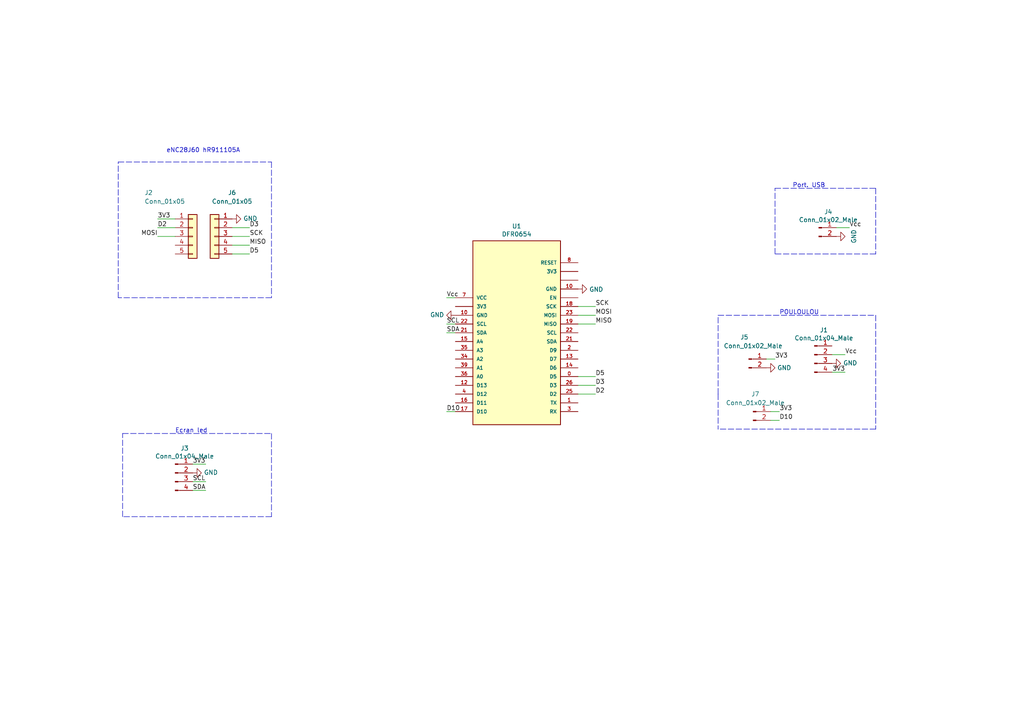
<source format=kicad_sch>
(kicad_sch (version 20211123) (generator eeschema)
  (paper "A4")
  (title_block (title "CASPA-PICO") (rev "1.0") (company "Amel&compagny") (comment 1 "Amel YALAOUI"))
  (lib_symbols
    (symbol "Connector:Conn_01x02_Male" (pin_names (offset 1.016) hide)
      (property "Reference" "J" (at 0 2.54 0))
      (property "Value" "Conn_01x02_Male" (at 0 -5.08 0))
      (symbol "Conn_01x02_Male_1_1"
        (polyline (pts (xy 1.27 -2.54) (xy 0.8636 -2.54)) (stroke (width 0.1524)))
        (polyline (pts (xy 1.27 0) (xy 0.8636 0)) (stroke (width 0.1524)))
        (rectangle (start 0.8636 -2.413) (end 0 -2.667) (stroke (width 0.1524)) (fill (type outline)))
        (rectangle (start 0.8636 0.127) (end 0 -0.127) (stroke (width 0.1524)) (fill (type outline)))
        (pin passive line (at 5.08 0 180) (length 3.81) (name "Pin_1") (number "1"))
        (pin passive line (at 5.08 -2.54 180) (length 3.81) (name "Pin_2") (number "2"))
      )
    )
    (symbol "Connector:Conn_01x04_Male" (pin_names (offset 1.016) hide)
      (property "Reference" "J" (at 0 5.08 0))
      (property "Value" "Conn_01x04_Male" (at 0 -7.62 0))
      (symbol "Conn_01x04_Male_1_1"
        (polyline (pts (xy 1.27 -5.08) (xy 0.8636 -5.08)) (stroke (width 0.1524)))
        (polyline (pts (xy 1.27 -2.54) (xy 0.8636 -2.54)) (stroke (width 0.1524)))
        (polyline (pts (xy 1.27 0) (xy 0.8636 0)) (stroke (width 0.1524)))
        (polyline (pts (xy 1.27 2.54) (xy 0.8636 2.54)) (stroke (width 0.1524)))
        (rectangle (start 0.8636 -4.953) (end 0 -5.207) (stroke (width 0.1524)) (fill (type outline)))
        (rectangle (start 0.8636 -2.413) (end 0 -2.667) (stroke (width 0.1524)) (fill (type outline)))
        (rectangle (start 0.8636 0.127) (end 0 -0.127) (stroke (width 0.1524)) (fill (type outline)))
        (rectangle (start 0.8636 2.667) (end 0 2.413) (stroke (width 0.1524)) (fill (type outline)))
        (pin passive line (at 5.08 2.54 180) (length 3.81) (name "Pin_1") (number "1"))
        (pin passive line (at 5.08 0 180) (length 3.81) (name "Pin_2") (number "2"))
        (pin passive line (at 5.08 -2.54 180) (length 3.81) (name "Pin_3") (number "3"))
        (pin passive line (at 5.08 -5.08 180) (length 3.81) (name "Pin_4") (number "4"))
      )
    )
    (symbol "Connector_Generic:Conn_01x05" (pin_names (offset 1.016) hide)
      (property "Reference" "J" (at 0 7.62 0))
      (property "Value" "Conn_01x05" (at 0 -7.62 0))
      (symbol "Conn_01x05_1_1"
        (rectangle (start -1.27 -4.953) (end 0 -5.207) (stroke (width 0.1524)))
        (rectangle (start -1.27 -2.413) (end 0 -2.667) (stroke (width 0.1524)))
        (rectangle (start -1.27 0.127) (end 0 -0.127) (stroke (width 0.1524)))
        (rectangle (start -1.27 2.667) (end 0 2.413) (stroke (width 0.1524)))
        (rectangle (start -1.27 5.207) (end 0 4.953) (stroke (width 0.1524)))
        (rectangle (start -1.27 6.35) (end 1.27 -6.35) (stroke (width 0.254)) (fill (type background)))
        (pin passive line (at -5.08 5.08 0) (length 3.81) (name "Pin_1") (number "1"))
        (pin passive line (at -5.08 2.54 0) (length 3.81) (name "Pin_2") (number "2"))
        (pin passive line (at -5.08 0 0) (length 3.81) (name "Pin_3") (number "3"))
        (pin passive line (at -5.08 -2.54 0) (length 3.81) (name "Pin_4") (number "4"))
        (pin passive line (at -5.08 -5.08 0) (length 3.81) (name "Pin_5") (number "5"))
      )
    )
    (symbol "caspapico-rescue:DFR0654-DFR0654" (pin_names (offset 1.016))
      (property "Reference" "U1" (at -29.21 -14.8082 0))
      (property "Value" "DFR0654" (at -29.21 -17.1196 0))
      (symbol "DFR0654-DFR0654_0_0"
        (rectangle (start -41.91 -72.39) (end -16.51 -19.05) (stroke (width 0.254)) (fill (type background)))
        (pin input line (at -46.99 -38.1 0) (length 5.08) (name "3V3") (number ""))
        (pin bidirectional line (at -11.43 -58.42 180) (length 5.08) (name "D5") (number "0"))
        (pin output line (at -11.43 -33.02 180) (length 5.08) (name "GND") (number "10"))
        (pin bidirectional line (at -11.43 -53.34 180) (length 5.08) (name "D7") (number "13"))
        (pin bidirectional line (at -11.43 -55.88 180) (length 5.08) (name "D6") (number "14"))
        (pin input line (at -46.99 -48.26 0) (length 5.08) (name "A4") (number "15"))
        (pin bidirectional line (at -11.43 -38.1 180) (length 5.08) (name "SCK") (number "18"))
        (pin bidirectional line (at -11.43 -43.18 180) (length 5.08) (name "MISO") (number "19"))
        (pin bidirectional line (at -11.43 -50.8 180) (length 5.08) (name "D9") (number "2"))
        (pin input line (at -46.99 -45.72 0) (length 5.08) (name "SDA") (number "21"))
        (pin bidirectional line (at -11.43 -48.26 180) (length 5.08) (name "SDA") (number "21"))
        (pin input line (at -46.99 -43.18 0) (length 5.08) (name "SCL") (number "22"))
        (pin bidirectional line (at -11.43 -45.72 180) (length 5.08) (name "SCL") (number "22"))
        (pin bidirectional line (at -11.43 -40.64 180) (length 5.08) (name "MOSI") (number "23"))
        (pin bidirectional line (at -11.43 -60.96 180) (length 5.08) (name "D3") (number "26"))
        (pin input line (at -46.99 -53.34 0) (length 5.08) (name "A2") (number "34"))
        (pin input line (at -46.99 -50.8 0) (length 5.08) (name "A3") (number "35"))
        (pin input line (at -46.99 -35.56 0) (length 5.08) (name "VCC") (number "7"))
        (pin input line (at -11.43 -35.56 180) (length 5.08) (name "EN") (number "~"))
      )
      (symbol "DFR0654-DFR0654_1_1"
        (pin bidirectional line (at -11.43 -27.94 180) (length 5.08) (name "3V3") (number ""))
        (pin bidirectional line (at -11.43 -66.04 180) (length 5.08) (name "TX") (number "1"))
        (pin input line (at -46.99 -40.64 0) (length 5.08) (name "GND") (number "10"))
        (pin input line (at -46.99 -60.96 0) (length 5.08) (name "D13") (number "12"))
        (pin input line (at -46.99 -66.04 0) (length 5.08) (name "D11") (number "16"))
        (pin input line (at -46.99 -68.58 0) (length 5.08) (name "D10") (number "17"))
        (pin bidirectional line (at -11.43 -63.5 180) (length 5.08) (name "D2") (number "25"))
        (pin bidirectional line (at -11.43 -68.58 180) (length 5.08) (name "RX") (number "3"))
        (pin input line (at -46.99 -58.42 0) (length 5.08) (name "A0") (number "36"))
        (pin input line (at -46.99 -55.88 0) (length 5.08) (name "A1") (number "39"))
        (pin input line (at -46.99 -63.5 0) (length 5.08) (name "D12") (number "4"))
        (pin bidirectional line (at -11.43 -25.4 180) (length 5.08) (name "RESET") (number "8"))
        (pin bidirectional line (at -11.43 -30.48 180) (length 5.08) (name "~") (number "~"))
      )
    )
    (symbol "power:GND" (power) (pin_names (offset 0))
      (property "Value" "GND" (at 0 -3.81 0))
      (symbol "GND_0_1"
        (polyline (pts (xy 0 0) (xy 0 -1.27) (xy 1.27 -1.27) (xy 0 -2.54) (xy -1.27 -1.27) (xy 0 -1.27)))
      )
      (symbol "GND_1_1"
        (pin power_in line (at 0 0 270) (length 0) hide (name "GND") (number "1"))
      )
    )
  )
  (wire (pts (xy 59.69 142.24) (xy 55.88 142.24)))
  (polyline (pts (xy 78.74 46.99) (xy 78.74 86.36)))
  (wire (pts (xy 223.52 119.38) (xy 226.06 119.38)))
  (polyline (pts (xy 34.29 46.99) (xy 78.74 46.99)))
  (polyline (pts (xy 34.29 86.36) (xy 34.29 46.99)))
  (polyline (pts (xy 254 124.46) (xy 208.28 124.46)))
  (polyline (pts (xy 78.74 86.36) (xy 34.29 86.36)))
  (wire (pts (xy 223.52 121.92) (xy 226.06 121.92)))
  (wire (pts (xy 222.25 104.14) (xy 224.79 104.14)))
  (wire (pts (xy 67.31 71.12) (xy 72.39 71.12)))
  (wire (pts (xy 245.11 107.95) (xy 241.3 107.95)))
  (wire (pts (xy 167.64 91.44) (xy 172.72 91.44)))
  (wire (pts (xy 45.72 63.5) (xy 50.8 63.5)))
  (polyline (pts (xy 208.28 91.44) (xy 254 91.44)))
  (wire (pts (xy 167.64 109.22) (xy 172.72 109.22)))
  (polyline (pts (xy 35.56 125.73) (xy 78.74 125.73)))
  (wire (pts (xy 132.08 93.98) (xy 129.54 93.98)))
  (wire (pts (xy 67.31 66.04) (xy 72.39 66.04)))
  (polyline (pts (xy 78.74 149.86) (xy 35.56 149.86)))
  (polyline (pts (xy 254 54.61) (xy 254 73.66)))
  (wire (pts (xy 167.64 88.9) (xy 172.72 88.9)))
  (wire (pts (xy 59.69 139.7) (xy 55.88 139.7)))
  (polyline (pts (xy 224.79 73.66) (xy 224.79 54.61)))
  (polyline (pts (xy 254 73.66) (xy 224.79 73.66)))
  (wire (pts (xy 132.08 86.36) (xy 129.54 86.36)))
  (wire (pts (xy 167.64 93.98) (xy 172.72 93.98)))
  (polyline (pts (xy 254 114.3) (xy 254 124.46)))
  (polyline (pts (xy 208.28 114.3) (xy 208.28 91.44)))
  (polyline (pts (xy 78.74 125.73) (xy 78.74 149.86)))
  (wire (pts (xy 59.69 134.62) (xy 55.88 134.62)))
  (wire (pts (xy 50.8 68.58) (xy 45.72 68.58)))
  (polyline (pts (xy 35.56 149.86) (xy 35.56 125.73)))
  (wire (pts (xy 67.31 73.66) (xy 72.39 73.66)))
  (wire (pts (xy 129.54 119.38) (xy 132.08 119.38)))
  (wire (pts (xy 242.57 66.04) (xy 246.38 66.04)))
  (polyline (pts (xy 208.28 114.3) (xy 208.28 124.46)))
  (wire (pts (xy 45.72 66.04) (xy 50.8 66.04)))
  (polyline (pts (xy 254 91.44) (xy 254 114.3)))
  (wire (pts (xy 241.3 102.87) (xy 245.11 102.87)))
  (wire (pts (xy 167.64 111.76) (xy 172.72 111.76)))
  (polyline (pts (xy 224.79 54.61) (xy 254 54.61)))
  (wire (pts (xy 132.08 96.52) (xy 129.54 96.52)))
  (wire (pts (xy 67.31 68.58) (xy 72.39 68.58)))
  (wire (pts (xy 167.64 114.3) (xy 172.72 114.3)))
  (text "Ecran led\n" (at 50.8 125.73 0) (effects (font (size 1.27 1.27)) (justify left bottom)))
  (text "Port. USB\n" (at 229.87 54.61 0) (effects (font (size 1.27 1.27)) (justify left bottom)))
  (text "POULOULOU\n" (at 226.06 91.44 0) (effects (font (size 1.27 1.27)) (justify left bottom)))
  (text "eNC28J60 hR911105A" (at 48.26 44.45 0) (effects (font (size 1.27 1.27)) (justify left bottom)))
  (label "SDA" (at 55.88 142.24 0))
  (label "Vcc" (at 129.54 86.36 0))
  (label "3V3" (at 226.06 119.38 0))
  (label "3V3" (at 224.79 104.14 0))
  (label "Vcc" (at 246.38 66.04 0))
  (label "D2" (at 172.72 114.3 0))
  (label "D5" (at 72.39 73.66 0))
  (label "SDA" (at 129.54 96.52 0))
  (label "SCK" (at 172.72 88.9 0))
  (label "D10" (at 129.54 119.38 0))
  (label "3V3" (at 245.11 107.95 180))
  (label "Vcc" (at 245.11 102.87 0))
  (label "MOSI" (at 172.72 91.44 0))
  (label "D10" (at 226.06 121.92 0))
  (label "D5" (at 172.72 109.22 0))
  (label "D2" (at 45.72 66.04 0))
  (label "MOSI" (at 45.72 68.58 180))
  (label "MISO" (at 72.39 71.12 0))
  (label "SCL" (at 129.54 93.98 0))
  (label "SCK" (at 72.39 68.58 0))
  (label "3V3" (at 45.72 63.5 0))
  (label "3V3" (at 55.88 134.62 0))
  (label "SCL" (at 55.88 139.7 0))
  (label "MISO" (at 172.72 93.98 0))
  (label "D3" (at 72.39 66.04 0))
  (label "D3" (at 172.72 111.76 0))
  (symbol (lib_id "Connector:Conn_01x04_Male") (at 236.22 102.87 0) (unit 1)
    (property "Reference" "J1" (at 238.9632 95.7326 0))
    (property "Value" "Conn_01x04_Male" (at 238.9632 98.044 0))
    (property "Footprint" "Connector_PinHeader_2.54mm:PinHeader_1x04_P2.54mm_Vertical" (effects hide))
  )
  (symbol (lib_id "power:GND") (at 241.3 105.41 90) (unit 1)
    (property "Reference" "#PWR0101" (effects hide))
    (property "Value" "GND" (at 244.5512 105.283 90) (effects (justify right)))
  )
  (symbol (lib_id "power:GND") (at 67.31 63.5 90) (unit 1)
    (property "Reference" "#PWR0102" (effects hide))
    (property "Value" "GND" (at 70.5612 63.373 90) (effects (justify right)))
  )
  (symbol (lib_id "Connector:Conn_01x04_Male") (at 50.8 137.16 0) (unit 1)
    (property "Reference" "J3" (at 53.5432 130.0226 0))
    (property "Value" "Conn_01x04_Male" (at 53.5432 132.334 0))
    (property "Footprint" "Connector_PinHeader_2.54mm:PinHeader_1x04_P2.54mm_Vertical" (effects hide))
  )
  (symbol (lib_id "power:GND") (at 55.88 137.16 90) (unit 1)
    (property "Reference" "#PWR0103" (effects hide))
    (property "Value" "GND" (at 59.1312 137.033 90) (effects (justify right)))
  )
  (symbol (lib_id "power:GND") (at 132.08 91.44 270) (mirror x) (unit 1)
    (property "Reference" "#PWR0104" (effects hide))
    (property "Value" "GND" (at 128.8288 91.313 90) (effects (justify right)))
  )
  (symbol (lib_id "power:GND") (at 167.64 83.82 90) (mirror x) (unit 1)
    (property "Reference" "#PWR0105" (effects hide))
    (property "Value" "GND" (at 170.8912 83.947 90) (effects (justify right)))
  )
  (symbol (lib_id "caspapico-rescue:DFR0654-DFR0654") (at 179.07 50.8 0) (unit 1)
    (property "Reference" "U1" (at 149.86 65.6082 0))
    (property "Value" "DFR0654" (at 149.86 67.9196 0))
    (property "Footprint" "DFR0654-2:MODULE_DFR0654" (effects hide))
    (property "MANUFACTURER" "DFRobot" (effects hide))
    (property "STANDARD" "Manufacturer Recommendations" (effects hide))
  )
  (symbol (lib_id "Connector:Conn_01x02_Male") (at 237.49 66.04 0) (unit 1)
    (property "Reference" "J4" (at 240.2332 61.4426 0))
    (property "Value" "Conn_01x02_Male" (at 240.2332 63.754 0))
    (property "Footprint" "Connector_PinHeader_2.54mm:PinHeader_1x02_P2.54mm_Vertical" (effects hide))
  )
  (symbol (lib_id "Connector:Conn_01x02_Male") (at 217.17 104.14 0) (unit 1)
    (property "Reference" "J5" (at 215.9 97.79 0))
    (property "Value" "Conn_01x02_Male" (at 218.44 100.33 0))
    (property "Footprint" "Connector_PinHeader_2.54mm:PinHeader_1x02_P2.54mm_Vertical" (effects hide))
  )
  (symbol (lib_id "Connector_Generic:Conn_01x05") (at 55.88 68.58 0) (unit 1)
    (property "Reference" "J2" (at 41.91 55.88 0) (effects (justify left)))
    (property "Value" "Conn_01x05" (at 41.91 58.42 0) (effects (justify left)))
    (property "Footprint" "Connector_PinHeader_2.54mm:PinHeader_1x05_P2.54mm_Vertical" (effects hide))
  )
  (symbol (lib_id "power:GND") (at 242.57 68.58 90) (unit 1)
    (property "Reference" "#PWR0106" (effects hide))
    (property "Value" "GND" (at 247.65 68.58 0))
  )
  (symbol (lib_id "power:GND") (at 222.25 106.68 90) (mirror x) (unit 1)
    (property "Reference" "#PWR0107" (effects hide))
    (property "Value" "GND" (at 225.425 106.6799 90) (effects (justify right)))
  )
  (symbol (lib_id "Connector_Generic:Conn_01x05") (at 62.23 68.58 0) (mirror y) (unit 1)
    (property "Reference" "J6" (at 67.31 55.88 0))
    (property "Value" "Conn_01x05" (at 67.31 58.42 0))
    (property "Footprint" "Connector_PinHeader_2.54mm:PinHeader_1x05_P2.54mm_Vertical" (effects hide))
  )
  (symbol (lib_id "Connector:Conn_01x02_Male") (at 218.44 119.38 0) (unit 1)
    (property "Reference" "J7" (at 219.075 114.3 0))
    (property "Value" "Conn_01x02_Male" (at 219.075 116.84 0))
    (property "Footprint" "Connector_PinHeader_2.54mm:PinHeader_1x02_P2.54mm_Vertical" (effects hide))
  )
)
</source>
